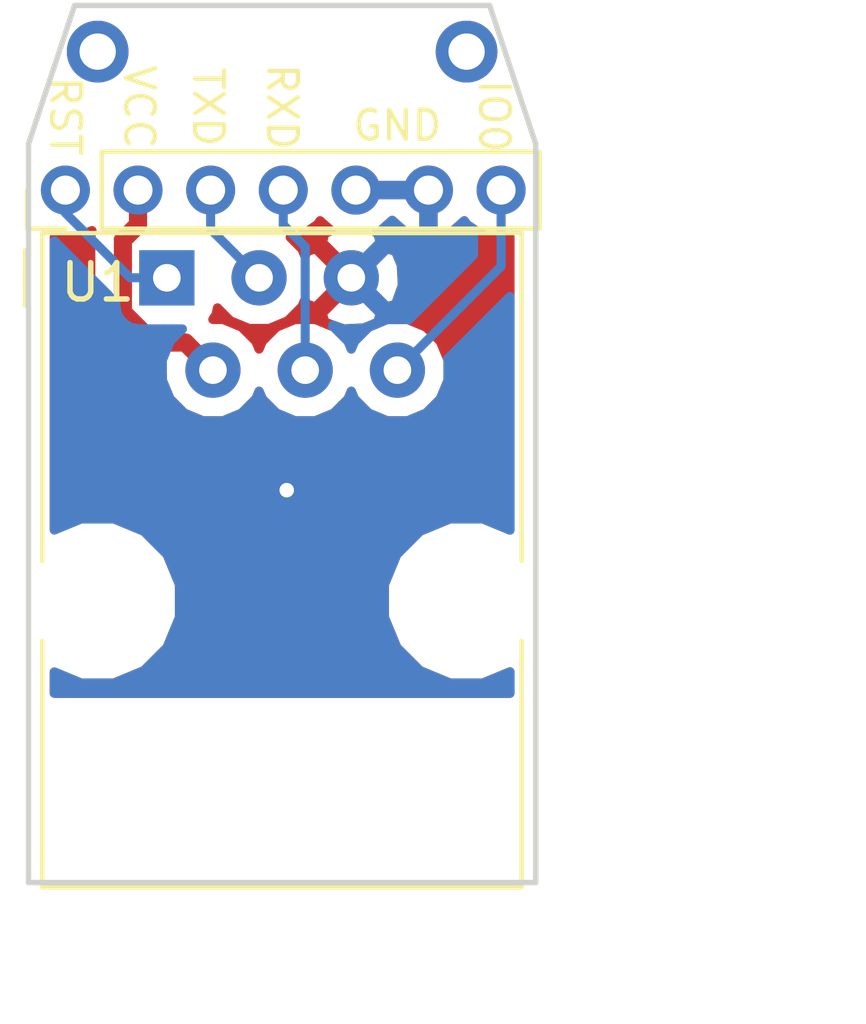
<source format=kicad_pcb>
(kicad_pcb (version 20171130) (host pcbnew 5.0.1)

  (general
    (thickness 1.6)
    (drawings 14)
    (tracks 20)
    (zones 0)
    (modules 2)
    (nets 7)
  )

  (page A4)
  (layers
    (0 F.Cu signal)
    (31 B.Cu signal)
    (32 B.Adhes user)
    (33 F.Adhes user)
    (34 B.Paste user)
    (35 F.Paste user)
    (36 B.SilkS user)
    (37 F.SilkS user)
    (38 B.Mask user)
    (39 F.Mask user)
    (40 Dwgs.User user)
    (41 Cmts.User user)
    (42 Eco1.User user)
    (43 Eco2.User user)
    (44 Edge.Cuts user)
    (45 Margin user)
    (46 B.CrtYd user)
    (47 F.CrtYd user)
    (48 B.Fab user)
    (49 F.Fab user)
  )

  (setup
    (last_trace_width 0.25)
    (trace_clearance 0.2)
    (zone_clearance 0.508)
    (zone_45_only no)
    (trace_min 0.2)
    (segment_width 0.2)
    (edge_width 0.15)
    (via_size 0.8)
    (via_drill 0.4)
    (via_min_size 0.4)
    (via_min_drill 0.3)
    (uvia_size 0.3)
    (uvia_drill 0.1)
    (uvias_allowed no)
    (uvia_min_size 0.2)
    (uvia_min_drill 0.1)
    (pcb_text_width 0.3)
    (pcb_text_size 1.5 1.5)
    (mod_edge_width 0.15)
    (mod_text_size 1 1)
    (mod_text_width 0.15)
    (pad_size 1.35 1.35)
    (pad_drill 0.8)
    (pad_to_mask_clearance 0.2)
    (solder_mask_min_width 0.25)
    (aux_axis_origin 0 0)
    (visible_elements FFFFFF7F)
    (pcbplotparams
      (layerselection 0x010f0_ffffffff)
      (usegerberextensions true)
      (usegerberattributes false)
      (usegerberadvancedattributes false)
      (creategerberjobfile false)
      (excludeedgelayer true)
      (linewidth 0.100000)
      (plotframeref false)
      (viasonmask false)
      (mode 1)
      (useauxorigin false)
      (hpglpennumber 1)
      (hpglpenspeed 20)
      (hpglpendiameter 15.000000)
      (psnegative false)
      (psa4output false)
      (plotreference true)
      (plotvalue true)
      (plotinvisibletext false)
      (padsonsilk false)
      (subtractmaskfromsilk true)
      (outputformat 1)
      (mirror false)
      (drillshape 0)
      (scaleselection 1)
      (outputdirectory ""))
  )

  (net 0 "")
  (net 1 VCC)
  (net 2 GND)
  (net 3 /RESET)
  (net 4 /TXD)
  (net 5 /RXD)
  (net 6 /IO0)

  (net_class Default "これはデフォルトのネット クラスです。"
    (clearance 0.2)
    (trace_width 0.25)
    (via_dia 0.8)
    (via_drill 0.4)
    (uvia_dia 0.3)
    (uvia_drill 0.1)
    (add_net /IO0)
    (add_net /RESET)
    (add_net /RXD)
    (add_net /TXD)
    (add_net GND)
  )

  (net_class Power ""
    (clearance 0.2)
    (trace_width 0.5)
    (via_dia 0.8)
    (via_drill 0.4)
    (uvia_dia 0.3)
    (uvia_drill 0.1)
    (add_net VCC)
  )

  (module Connector_PinHeader_2.00mm:PinHeader_1x07_P2.00mm_Vertical (layer F.Cu) (tedit 5C49D415) (tstamp 5C4B6898)
    (at 142.621 88.9 90)
    (descr "Through hole straight pin header, 1x07, 2.00mm pitch, single row")
    (tags "Through hole pin header THT 1x07 2.00mm single row")
    (path /5B932CE2)
    (fp_text reference J1 (at 0 -2.06 90) (layer F.SilkS) hide
      (effects (font (size 1 1) (thickness 0.15)))
    )
    (fp_text value Conn_01x07 (at 0 14.06 90) (layer F.Fab)
      (effects (font (size 1 1) (thickness 0.15)))
    )
    (fp_line (start -0.5 -1) (end 1 -1) (layer F.Fab) (width 0.1))
    (fp_line (start 1 -1) (end 1 13) (layer F.Fab) (width 0.1))
    (fp_line (start 1 13) (end -1 13) (layer F.Fab) (width 0.1))
    (fp_line (start -1 13) (end -1 -0.5) (layer F.Fab) (width 0.1))
    (fp_line (start -1 -0.5) (end -0.5 -1) (layer F.Fab) (width 0.1))
    (fp_line (start -1.06 13.06) (end 1.06 13.06) (layer F.SilkS) (width 0.12))
    (fp_line (start -1.06 1) (end -1.06 13.06) (layer F.SilkS) (width 0.12))
    (fp_line (start 1.06 1) (end 1.06 13.06) (layer F.SilkS) (width 0.12))
    (fp_line (start -1.06 1) (end 1.06 1) (layer F.SilkS) (width 0.12))
    (fp_line (start -1.06 0) (end -1.06 -1.06) (layer F.SilkS) (width 0.12))
    (fp_line (start -1.06 -1.06) (end 0 -1.06) (layer F.SilkS) (width 0.12))
    (fp_line (start -1.5 -1.5) (end -1.5 13.5) (layer F.CrtYd) (width 0.05))
    (fp_line (start -1.5 13.5) (end 1.5 13.5) (layer F.CrtYd) (width 0.05))
    (fp_line (start 1.5 13.5) (end 1.5 -1.5) (layer F.CrtYd) (width 0.05))
    (fp_line (start 1.5 -1.5) (end -1.5 -1.5) (layer F.CrtYd) (width 0.05))
    (fp_text user %R (at 0 6 180) (layer F.Fab)
      (effects (font (size 1 1) (thickness 0.15)))
    )
    (pad 1 thru_hole circle (at 0 0 90) (size 1.35 1.35) (drill 0.8) (layers *.Cu *.Mask)
      (net 3 /RESET))
    (pad 2 thru_hole oval (at 0 2 90) (size 1.35 1.35) (drill 0.8) (layers *.Cu *.Mask)
      (net 1 VCC))
    (pad 3 thru_hole oval (at 0 4 90) (size 1.35 1.35) (drill 0.8) (layers *.Cu *.Mask)
      (net 4 /TXD))
    (pad 4 thru_hole oval (at 0 6 90) (size 1.35 1.35) (drill 0.8) (layers *.Cu *.Mask)
      (net 5 /RXD))
    (pad 5 thru_hole oval (at 0 8 90) (size 1.35 1.35) (drill 0.8) (layers *.Cu *.Mask)
      (net 2 GND))
    (pad 6 thru_hole oval (at 0 10 90) (size 1.35 1.35) (drill 0.8) (layers *.Cu *.Mask)
      (net 2 GND))
    (pad 7 thru_hole oval (at 0 12 90) (size 1.35 1.35) (drill 0.8) (layers *.Cu *.Mask)
      (net 6 /IO0))
    (model ${KISYS3DMOD}/Connector_PinHeader_2.00mm.3dshapes/PinHeader_1x07_P2.00mm_Vertical.wrl
      (at (xyz 0 0 0))
      (scale (xyz 1 1 1))
      (rotate (xyz 0 0 0))
    )
  )

  (module Connector_RJ:RJ12_Amphenol_54601 (layer F.Cu) (tedit 5AE2E32D) (tstamp 5C4B68B2)
    (at 145.415 91.313)
    (descr "RJ12 connector  https://cdn.amphenol-icc.com/media/wysiwyg/files/drawing/c-bmj-0082.pdf")
    (tags "RJ12 connector")
    (path /5B9329F5)
    (fp_text reference U1 (at -1.905 0.127) (layer F.SilkS)
      (effects (font (size 1 1) (thickness 0.15)))
    )
    (fp_text value RJ12 (at 3.54 18.3) (layer F.Fab)
      (effects (font (size 1 1) (thickness 0.15)))
    )
    (fp_line (start -3.43 -0.48) (end -3.43 -1.23) (layer F.Fab) (width 0.1))
    (fp_line (start -2.93 0.02) (end -3.43 -0.48) (layer F.Fab) (width 0.1))
    (fp_line (start -3.43 0.52) (end -2.93 0.02) (layer F.Fab) (width 0.1))
    (fp_line (start -3.9 0.77) (end -3.9 -0.76) (layer F.SilkS) (width 0.12))
    (fp_line (start -3.43 7.79) (end -3.43 -1.23) (layer F.SilkS) (width 0.12))
    (fp_line (start -3.43 7.72) (end -3.43 7.79) (layer F.SilkS) (width 0.1))
    (fp_line (start -3.43 16.77) (end -3.43 9.99) (layer F.SilkS) (width 0.12))
    (fp_line (start 9.77 16.77) (end -3.43 16.77) (layer F.SilkS) (width 0.12))
    (fp_line (start 9.77 16.76) (end 9.77 16.77) (layer F.SilkS) (width 0.1))
    (fp_line (start 9.77 16.77) (end 9.77 9.99) (layer F.SilkS) (width 0.12))
    (fp_line (start 9.77 16.65) (end 9.77 16.77) (layer F.SilkS) (width 0.1))
    (fp_line (start 9.77 -1.23) (end 9.77 7.79) (layer F.SilkS) (width 0.12))
    (fp_line (start -3.43 -1.23) (end 9.77 -1.23) (layer F.SilkS) (width 0.12))
    (fp_line (start -4.04 17.27) (end -4.04 -1.73) (layer F.CrtYd) (width 0.05))
    (fp_line (start 10.38 17.27) (end -4.04 17.27) (layer F.CrtYd) (width 0.05))
    (fp_line (start 10.38 -1.73) (end 10.38 17.27) (layer F.CrtYd) (width 0.05))
    (fp_line (start -4.04 -1.73) (end 10.38 -1.73) (layer F.CrtYd) (width 0.05))
    (fp_line (start 9.77 16.77) (end -3.43 16.77) (layer F.Fab) (width 0.1))
    (fp_line (start 9.77 -1.23) (end 9.77 16.77) (layer F.Fab) (width 0.1))
    (fp_line (start -3.43 -1.23) (end 9.77 -1.23) (layer F.Fab) (width 0.1))
    (fp_line (start -3.43 16.77) (end -3.43 0.52) (layer F.Fab) (width 0.1))
    (fp_text user %R (at 3.16 7.76) (layer F.Fab)
      (effects (font (size 1 1) (thickness 0.15)))
    )
    (pad "" np_thru_hole circle (at 8.25 8.89) (size 3.25 3.25) (drill 3.25) (layers *.Cu *.Mask))
    (pad 6 thru_hole circle (at 6.35 2.54) (size 1.52 1.52) (drill 0.76) (layers *.Cu *.Mask)
      (net 6 /IO0))
    (pad 5 thru_hole circle (at 5.08 0) (size 1.52 1.52) (drill 0.76) (layers *.Cu *.Mask)
      (net 2 GND))
    (pad 4 thru_hole circle (at 3.81 2.54) (size 1.52 1.52) (drill 0.76) (layers *.Cu *.Mask)
      (net 5 /RXD))
    (pad 3 thru_hole circle (at 2.54 0) (size 1.52 1.52) (drill 0.76) (layers *.Cu *.Mask)
      (net 4 /TXD))
    (pad 2 thru_hole circle (at 1.27 2.54) (size 1.52 1.52) (drill 0.76) (layers *.Cu *.Mask)
      (net 1 VCC))
    (pad "" np_thru_hole circle (at -1.91 8.89) (size 3.25 3.25) (drill 3.25) (layers *.Cu *.Mask))
    (pad 1 thru_hole rect (at 0 0) (size 1.52 1.52) (drill 0.76) (layers *.Cu *.Mask)
      (net 3 /RESET))
    (model ${KISYS3DMOD}/Connector_RJ.3dshapes/RJ12_Amphenol_54601.wrl
      (at (xyz 0 0 0))
      (scale (xyz 1 1 1))
      (rotate (xyz 0 0 0))
    )
  )

  (gr_text RST (at 142.621 86.868 -90) (layer F.SilkS) (tstamp 5C4B72D8)
    (effects (font (size 0.8 0.8) (thickness 0.12)))
  )
  (gr_text IO0 (at 154.432 86.868 -90) (layer F.SilkS) (tstamp 5C4B7236)
    (effects (font (size 0.8 0.8) (thickness 0.12)))
  )
  (gr_text GND (at 151.765 87.122) (layer F.SilkS) (tstamp 5C0134DD)
    (effects (font (size 0.8 0.8) (thickness 0.12)))
  )
  (gr_text RXD (at 148.59 86.614 -90) (layer F.SilkS) (tstamp 5C0134AF)
    (effects (font (size 0.8 0.8) (thickness 0.12)))
  )
  (gr_text TXD (at 146.558 86.614 -90) (layer F.SilkS) (tstamp 5C013481)
    (effects (font (size 0.8 0.8) (thickness 0.12)))
  )
  (gr_text VCC (at 144.653 86.614 -90) (layer F.SilkS)
    (effects (font (size 0.8 0.8) (thickness 0.12)))
  )
  (gr_line (start 142.875 83.82) (end 141.605 87.63) (layer Edge.Cuts) (width 0.15))
  (gr_line (start 154.305 83.82) (end 155.575 87.63) (layer Edge.Cuts) (width 0.15))
  (dimension 24.13 (width 0.3) (layer Cmts.User)
    (gr_text "24.130 mm" (at 162.755 95.885 270) (layer Cmts.User)
      (effects (font (size 1.5 1.5) (thickness 0.3)))
    )
    (feature1 (pts (xy 158.75 107.95) (xy 161.241421 107.95)))
    (feature2 (pts (xy 158.75 83.82) (xy 161.241421 83.82)))
    (crossbar (pts (xy 160.655 83.82) (xy 160.655 107.95)))
    (arrow1a (pts (xy 160.655 107.95) (xy 160.068579 106.823496)))
    (arrow1b (pts (xy 160.655 107.95) (xy 161.241421 106.823496)))
    (arrow2a (pts (xy 160.655 83.82) (xy 160.068579 84.946504)))
    (arrow2b (pts (xy 160.655 83.82) (xy 161.241421 84.946504)))
  )
  (dimension 15.24 (width 0.3) (layer Cmts.User)
    (gr_text "15.240 mm" (at 148.59 113.225) (layer Cmts.User)
      (effects (font (size 1.5 1.5) (thickness 0.3)))
    )
    (feature1 (pts (xy 156.21 109.22) (xy 156.21 111.711421)))
    (feature2 (pts (xy 140.97 109.22) (xy 140.97 111.711421)))
    (crossbar (pts (xy 140.97 111.125) (xy 156.21 111.125)))
    (arrow1a (pts (xy 156.21 111.125) (xy 155.083496 111.711421)))
    (arrow1b (pts (xy 156.21 111.125) (xy 155.083496 110.538579)))
    (arrow2a (pts (xy 140.97 111.125) (xy 142.096504 111.711421)))
    (arrow2b (pts (xy 140.97 111.125) (xy 142.096504 110.538579)))
  )
  (gr_line (start 141.605 87.63) (end 141.605 107.95) (layer Edge.Cuts) (width 0.15))
  (gr_line (start 154.305 83.82) (end 142.875 83.82) (layer Edge.Cuts) (width 0.15))
  (gr_line (start 155.575 107.95) (end 155.575 87.63) (layer Edge.Cuts) (width 0.15))
  (gr_line (start 141.605 107.95) (end 155.575 107.95) (layer Edge.Cuts) (width 0.15))

  (via (at 143.51 85.09) (size 1.7) (drill 1) (layers F.Cu B.Cu) (net 0))
  (via (at 153.67 85.09) (size 1.7) (drill 1) (layers F.Cu B.Cu) (net 0))
  (segment (start 144.204999 90.270595) (end 144.204999 92.261999) (width 0.5) (layer F.Cu) (net 1))
  (segment (start 144.621 88.9) (end 144.621 89.854594) (width 0.5) (layer F.Cu) (net 1))
  (segment (start 144.621 89.854594) (end 144.204999 90.270595) (width 0.5) (layer F.Cu) (net 1))
  (segment (start 145.925001 93.093001) (end 146.685 93.853) (width 0.5) (layer F.Cu) (net 1))
  (segment (start 145.036001 93.093001) (end 145.925001 93.093001) (width 0.5) (layer F.Cu) (net 1))
  (segment (start 144.204999 92.261999) (end 145.036001 93.093001) (width 0.5) (layer F.Cu) (net 1))
  (via (at 148.717 97.155) (size 0.8) (drill 0.4) (layers F.Cu B.Cu) (net 2))
  (segment (start 142.621 89.529) (end 142.621 88.9) (width 0.25) (layer B.Cu) (net 3))
  (segment (start 144.405 91.313) (end 142.621 89.529) (width 0.25) (layer B.Cu) (net 3))
  (segment (start 145.415 91.313) (end 144.405 91.313) (width 0.25) (layer B.Cu) (net 3))
  (segment (start 146.621 89.979) (end 147.955 91.313) (width 0.25) (layer B.Cu) (net 4))
  (segment (start 146.621 88.9) (end 146.621 89.979) (width 0.25) (layer B.Cu) (net 4))
  (segment (start 149.225 90.458594) (end 149.225 92.778198) (width 0.25) (layer B.Cu) (net 5))
  (segment (start 149.225 92.778198) (end 149.225 93.853) (width 0.25) (layer B.Cu) (net 5))
  (segment (start 148.621 89.854594) (end 149.225 90.458594) (width 0.25) (layer B.Cu) (net 5))
  (segment (start 148.621 88.9) (end 148.621 89.854594) (width 0.25) (layer B.Cu) (net 5))
  (segment (start 154.621 90.997) (end 151.765 93.853) (width 0.25) (layer B.Cu) (net 6))
  (segment (start 154.621 88.9) (end 154.621 90.997) (width 0.25) (layer B.Cu) (net 6))

  (zone (net 2) (net_name GND) (layer F.Cu) (tstamp 5C00B6CF) (hatch edge 0.508)
    (connect_pads (clearance 0.508))
    (min_thickness 0.254)
    (fill yes (arc_segments 16) (thermal_gap 0.508) (thermal_bridge_width 0.508))
    (polygon
      (pts
        (xy 143.51 87.63) (xy 153.67 87.63) (xy 156.21 90.17) (xy 156.21 102.87) (xy 140.97 102.87)
        (xy 140.97 90.17)
      )
    )
    (filled_polygon
      (pts
        (xy 150.748 88.773) (xy 152.494 88.773) (xy 152.494 88.753) (xy 152.748 88.753) (xy 152.748 88.773)
        (xy 152.768 88.773) (xy 152.768 89.027) (xy 152.748 89.027) (xy 152.748 90.044224) (xy 152.9504 90.16791)
        (xy 153.284633 90.029478) (xy 153.607844 89.741642) (xy 153.676543 89.844457) (xy 154.109864 90.133993) (xy 154.491978 90.21)
        (xy 154.750022 90.21) (xy 154.865001 90.187129) (xy 154.865 98.253851) (xy 154.114542 97.943) (xy 153.215458 97.943)
        (xy 152.384813 98.287065) (xy 151.749065 98.922813) (xy 151.405 99.753458) (xy 151.405 100.652542) (xy 151.749065 101.483187)
        (xy 152.384813 102.118935) (xy 153.215458 102.463) (xy 154.114542 102.463) (xy 154.865 102.152149) (xy 154.865 102.743)
        (xy 142.315 102.743) (xy 142.315 102.156292) (xy 143.055458 102.463) (xy 143.954542 102.463) (xy 144.785187 102.118935)
        (xy 145.420935 101.483187) (xy 145.765 100.652542) (xy 145.765 99.753458) (xy 145.420935 98.922813) (xy 144.785187 98.287065)
        (xy 143.954542 97.943) (xy 143.055458 97.943) (xy 142.315 98.249708) (xy 142.315 90.191184) (xy 142.360425 90.21)
        (xy 142.881575 90.21) (xy 143.353606 90.014478) (xy 143.319999 90.183431) (xy 143.319999 90.183434) (xy 143.302662 90.270595)
        (xy 143.319999 90.357756) (xy 143.32 92.174834) (xy 143.302662 92.261999) (xy 143.371347 92.607308) (xy 143.517575 92.826153)
        (xy 143.517577 92.826155) (xy 143.566951 92.900048) (xy 143.640844 92.949422) (xy 144.348578 93.657157) (xy 144.397952 93.73105)
        (xy 144.471845 93.780424) (xy 144.471846 93.780425) (xy 144.580462 93.853) (xy 144.690691 93.926653) (xy 144.948836 93.978001)
        (xy 144.94884 93.978001) (xy 145.036 93.995338) (xy 145.12316 93.978001) (xy 145.29 93.978001) (xy 145.29 94.130483)
        (xy 145.502376 94.643204) (xy 145.894796 95.035624) (xy 146.407517 95.248) (xy 146.962483 95.248) (xy 147.475204 95.035624)
        (xy 147.867624 94.643204) (xy 147.955 94.43226) (xy 148.042376 94.643204) (xy 148.434796 95.035624) (xy 148.947517 95.248)
        (xy 149.502483 95.248) (xy 150.015204 95.035624) (xy 150.407624 94.643204) (xy 150.495 94.43226) (xy 150.582376 94.643204)
        (xy 150.974796 95.035624) (xy 151.487517 95.248) (xy 152.042483 95.248) (xy 152.555204 95.035624) (xy 152.947624 94.643204)
        (xy 153.16 94.130483) (xy 153.16 93.575517) (xy 152.947624 93.062796) (xy 152.555204 92.670376) (xy 152.042483 92.458)
        (xy 151.487517 92.458) (xy 150.974796 92.670376) (xy 150.582376 93.062796) (xy 150.495 93.27374) (xy 150.407624 93.062796)
        (xy 150.015204 92.670376) (xy 149.502483 92.458) (xy 148.947517 92.458) (xy 148.434796 92.670376) (xy 148.042376 93.062796)
        (xy 147.955 93.27374) (xy 147.867624 93.062796) (xy 147.475204 92.670376) (xy 146.962483 92.458) (xy 146.681459 92.458)
        (xy 146.773157 92.320765) (xy 146.809123 92.139951) (xy 147.164796 92.495624) (xy 147.677517 92.708) (xy 148.232483 92.708)
        (xy 148.745204 92.495624) (xy 148.949064 92.291764) (xy 149.695841 92.291764) (xy 149.765059 92.533742) (xy 150.28778 92.720155)
        (xy 150.842049 92.692341) (xy 151.224941 92.533742) (xy 151.294159 92.291764) (xy 150.495 91.492605) (xy 149.695841 92.291764)
        (xy 148.949064 92.291764) (xy 149.137624 92.103204) (xy 149.218422 91.908141) (xy 149.274258 92.042941) (xy 149.516236 92.112159)
        (xy 150.315395 91.313) (xy 150.674605 91.313) (xy 151.473764 92.112159) (xy 151.715742 92.042941) (xy 151.902155 91.52022)
        (xy 151.874341 90.965951) (xy 151.715742 90.583059) (xy 151.473764 90.513841) (xy 150.674605 91.313) (xy 150.315395 91.313)
        (xy 149.516236 90.513841) (xy 149.274258 90.583059) (xy 149.222594 90.727931) (xy 149.137624 90.522796) (xy 148.812417 90.197589)
        (xy 149.132136 90.133993) (xy 149.565457 89.844457) (xy 149.634156 89.741642) (xy 149.944432 90.017959) (xy 149.765059 90.092258)
        (xy 149.695841 90.334236) (xy 150.495 91.133395) (xy 151.294159 90.334236) (xy 151.224941 90.092258) (xy 151.175568 90.07465)
        (xy 151.284633 90.029478) (xy 151.621 89.729926) (xy 151.957367 90.029478) (xy 152.2916 90.16791) (xy 152.494 90.044224)
        (xy 152.494 89.027) (xy 150.748 89.027) (xy 150.748 89.047) (xy 150.494 89.047) (xy 150.494 89.027)
        (xy 150.474 89.027) (xy 150.474 88.773) (xy 150.494 88.773) (xy 150.494 88.753) (xy 150.748 88.753)
      )
    )
  )
  (zone (net 2) (net_name GND) (layer B.Cu) (tstamp 0) (hatch edge 0.508)
    (connect_pads (clearance 0.508))
    (min_thickness 0.254)
    (fill yes (arc_segments 16) (thermal_gap 0.508) (thermal_bridge_width 0.508))
    (polygon
      (pts
        (xy 143.51 87.63) (xy 153.67 87.63) (xy 156.21 90.17) (xy 156.21 102.87) (xy 140.97 102.87)
        (xy 140.97 90.17)
      )
    )
    (filled_polygon
      (pts
        (xy 143.814671 91.797473) (xy 143.857071 91.860929) (xy 144.00756 91.961483) (xy 144.00756 92.073) (xy 144.056843 92.320765)
        (xy 144.197191 92.530809) (xy 144.407235 92.671157) (xy 144.655 92.72044) (xy 145.844732 92.72044) (xy 145.502376 93.062796)
        (xy 145.29 93.575517) (xy 145.29 94.130483) (xy 145.502376 94.643204) (xy 145.894796 95.035624) (xy 146.407517 95.248)
        (xy 146.962483 95.248) (xy 147.475204 95.035624) (xy 147.867624 94.643204) (xy 147.955 94.43226) (xy 148.042376 94.643204)
        (xy 148.434796 95.035624) (xy 148.947517 95.248) (xy 149.502483 95.248) (xy 150.015204 95.035624) (xy 150.407624 94.643204)
        (xy 150.495 94.43226) (xy 150.582376 94.643204) (xy 150.974796 95.035624) (xy 151.487517 95.248) (xy 152.042483 95.248)
        (xy 152.555204 95.035624) (xy 152.947624 94.643204) (xy 153.16 94.130483) (xy 153.16 93.575517) (xy 153.147489 93.545312)
        (xy 154.865001 91.827801) (xy 154.865 98.253851) (xy 154.114542 97.943) (xy 153.215458 97.943) (xy 152.384813 98.287065)
        (xy 151.749065 98.922813) (xy 151.405 99.753458) (xy 151.405 100.652542) (xy 151.749065 101.483187) (xy 152.384813 102.118935)
        (xy 153.215458 102.463) (xy 154.114542 102.463) (xy 154.865 102.152149) (xy 154.865 102.743) (xy 142.315 102.743)
        (xy 142.315 102.156292) (xy 143.055458 102.463) (xy 143.954542 102.463) (xy 144.785187 102.118935) (xy 145.420935 101.483187)
        (xy 145.765 100.652542) (xy 145.765 99.753458) (xy 145.420935 98.922813) (xy 144.785187 98.287065) (xy 143.954542 97.943)
        (xy 143.055458 97.943) (xy 142.315 98.249708) (xy 142.315 90.297801)
      )
    )
    (filled_polygon
      (pts
        (xy 150.748 88.773) (xy 152.494 88.773) (xy 152.494 88.753) (xy 152.748 88.753) (xy 152.748 88.773)
        (xy 152.768 88.773) (xy 152.768 89.027) (xy 152.748 89.027) (xy 152.748 90.044224) (xy 152.9504 90.16791)
        (xy 153.284633 90.029478) (xy 153.607844 89.741642) (xy 153.676543 89.844457) (xy 153.861001 89.967708) (xy 153.861001 90.682197)
        (xy 152.072688 92.470511) (xy 152.042483 92.458) (xy 151.487517 92.458) (xy 150.974796 92.670376) (xy 150.582376 93.062796)
        (xy 150.495 93.27374) (xy 150.407624 93.062796) (xy 150.015204 92.670376) (xy 149.985 92.657865) (xy 149.985 92.612177)
        (xy 150.28778 92.720155) (xy 150.842049 92.692341) (xy 151.224941 92.533742) (xy 151.294159 92.291764) (xy 150.495 91.492605)
        (xy 150.480858 91.506748) (xy 150.301253 91.327143) (xy 150.315395 91.313) (xy 150.674605 91.313) (xy 151.473764 92.112159)
        (xy 151.715742 92.042941) (xy 151.902155 91.52022) (xy 151.874341 90.965951) (xy 151.715742 90.583059) (xy 151.473764 90.513841)
        (xy 150.674605 91.313) (xy 150.315395 91.313) (xy 150.301253 91.298858) (xy 150.480858 91.119253) (xy 150.495 91.133395)
        (xy 151.294159 90.334236) (xy 151.224941 90.092258) (xy 151.175568 90.07465) (xy 151.284633 90.029478) (xy 151.621 89.729926)
        (xy 151.957367 90.029478) (xy 152.2916 90.16791) (xy 152.494 90.044224) (xy 152.494 89.027) (xy 150.748 89.027)
        (xy 150.748 89.047) (xy 150.494 89.047) (xy 150.494 89.027) (xy 150.474 89.027) (xy 150.474 88.773)
        (xy 150.494 88.773) (xy 150.494 88.753) (xy 150.748 88.753)
      )
    )
  )
)

</source>
